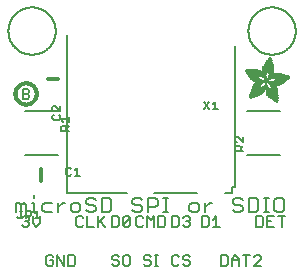
<source format=gbr>
G04 EAGLE Gerber RS-274X export*
G75*
%MOMM*%
%FSLAX34Y34*%
%LPD*%
%INSilkscreen Top*%
%IPPOS*%
%AMOC8*
5,1,8,0,0,1.08239X$1,22.5*%
G01*
%ADD10C,0.127000*%
%ADD11C,0.177800*%
%ADD12C,0.203200*%
%ADD13R,0.050800X0.006300*%
%ADD14R,0.082600X0.006400*%
%ADD15R,0.120600X0.006300*%
%ADD16R,0.139700X0.006400*%
%ADD17R,0.158800X0.006300*%
%ADD18R,0.177800X0.006400*%
%ADD19R,0.196800X0.006300*%
%ADD20R,0.215900X0.006400*%
%ADD21R,0.228600X0.006300*%
%ADD22R,0.241300X0.006400*%
%ADD23R,0.254000X0.006300*%
%ADD24R,0.266700X0.006400*%
%ADD25R,0.279400X0.006300*%
%ADD26R,0.285700X0.006400*%
%ADD27R,0.298400X0.006300*%
%ADD28R,0.311200X0.006400*%
%ADD29R,0.317500X0.006300*%
%ADD30R,0.330200X0.006400*%
%ADD31R,0.336600X0.006300*%
%ADD32R,0.349200X0.006400*%
%ADD33R,0.361900X0.006300*%
%ADD34R,0.368300X0.006400*%
%ADD35R,0.381000X0.006300*%
%ADD36R,0.387300X0.006400*%
%ADD37R,0.393700X0.006300*%
%ADD38R,0.406400X0.006400*%
%ADD39R,0.412700X0.006300*%
%ADD40R,0.419100X0.006400*%
%ADD41R,0.431800X0.006300*%
%ADD42R,0.438100X0.006400*%
%ADD43R,0.450800X0.006300*%
%ADD44R,0.457200X0.006400*%
%ADD45R,0.463500X0.006300*%
%ADD46R,0.476200X0.006400*%
%ADD47R,0.482600X0.006300*%
%ADD48R,0.488900X0.006400*%
%ADD49R,0.501600X0.006300*%
%ADD50R,0.508000X0.006400*%
%ADD51R,0.514300X0.006300*%
%ADD52R,0.527000X0.006400*%
%ADD53R,0.533400X0.006300*%
%ADD54R,0.546100X0.006400*%
%ADD55R,0.552400X0.006300*%
%ADD56R,0.558800X0.006400*%
%ADD57R,0.571500X0.006300*%
%ADD58R,0.577800X0.006400*%
%ADD59R,0.584200X0.006300*%
%ADD60R,0.596900X0.006400*%
%ADD61R,0.603200X0.006300*%
%ADD62R,0.609600X0.006400*%
%ADD63R,0.622300X0.006300*%
%ADD64R,0.628600X0.006400*%
%ADD65R,0.641300X0.006300*%
%ADD66R,0.647700X0.006400*%
%ADD67R,0.063500X0.006300*%
%ADD68R,0.654000X0.006300*%
%ADD69R,0.101600X0.006400*%
%ADD70R,0.666700X0.006400*%
%ADD71R,0.139700X0.006300*%
%ADD72R,0.673100X0.006300*%
%ADD73R,0.165100X0.006400*%
%ADD74R,0.679400X0.006400*%
%ADD75R,0.196900X0.006300*%
%ADD76R,0.692100X0.006300*%
%ADD77R,0.222200X0.006400*%
%ADD78R,0.698500X0.006400*%
%ADD79R,0.247700X0.006300*%
%ADD80R,0.704800X0.006300*%
%ADD81R,0.279400X0.006400*%
%ADD82R,0.717500X0.006400*%
%ADD83R,0.298500X0.006300*%
%ADD84R,0.723900X0.006300*%
%ADD85R,0.736600X0.006400*%
%ADD86R,0.342900X0.006300*%
%ADD87R,0.742900X0.006300*%
%ADD88R,0.374700X0.006400*%
%ADD89R,0.749300X0.006400*%
%ADD90R,0.762000X0.006300*%
%ADD91R,0.412700X0.006400*%
%ADD92R,0.768300X0.006400*%
%ADD93R,0.438100X0.006300*%
%ADD94R,0.774700X0.006300*%
%ADD95R,0.463600X0.006400*%
%ADD96R,0.787400X0.006400*%
%ADD97R,0.793700X0.006300*%
%ADD98R,0.495300X0.006400*%
%ADD99R,0.800100X0.006400*%
%ADD100R,0.520700X0.006300*%
%ADD101R,0.812800X0.006300*%
%ADD102R,0.533400X0.006400*%
%ADD103R,0.819100X0.006400*%
%ADD104R,0.558800X0.006300*%
%ADD105R,0.825500X0.006300*%
%ADD106R,0.577900X0.006400*%
%ADD107R,0.831800X0.006400*%
%ADD108R,0.596900X0.006300*%
%ADD109R,0.844500X0.006300*%
%ADD110R,0.616000X0.006400*%
%ADD111R,0.850900X0.006400*%
%ADD112R,0.635000X0.006300*%
%ADD113R,0.857200X0.006300*%
%ADD114R,0.654100X0.006400*%
%ADD115R,0.863600X0.006400*%
%ADD116R,0.666700X0.006300*%
%ADD117R,0.869900X0.006300*%
%ADD118R,0.685800X0.006400*%
%ADD119R,0.876300X0.006400*%
%ADD120R,0.882600X0.006300*%
%ADD121R,0.723900X0.006400*%
%ADD122R,0.889000X0.006400*%
%ADD123R,0.895300X0.006300*%
%ADD124R,0.755700X0.006400*%
%ADD125R,0.901700X0.006400*%
%ADD126R,0.908000X0.006300*%
%ADD127R,0.793800X0.006400*%
%ADD128R,0.914400X0.006400*%
%ADD129R,0.806400X0.006300*%
%ADD130R,0.920700X0.006300*%
%ADD131R,0.825500X0.006400*%
%ADD132R,0.927100X0.006400*%
%ADD133R,0.933400X0.006300*%
%ADD134R,0.857300X0.006400*%
%ADD135R,0.939800X0.006400*%
%ADD136R,0.870000X0.006300*%
%ADD137R,0.939800X0.006300*%
%ADD138R,0.946100X0.006400*%
%ADD139R,0.952500X0.006300*%
%ADD140R,0.908000X0.006400*%
%ADD141R,0.958800X0.006400*%
%ADD142R,0.965200X0.006300*%
%ADD143R,0.965200X0.006400*%
%ADD144R,0.971500X0.006300*%
%ADD145R,0.952500X0.006400*%
%ADD146R,0.977900X0.006400*%
%ADD147R,0.958800X0.006300*%
%ADD148R,0.984200X0.006300*%
%ADD149R,0.971500X0.006400*%
%ADD150R,0.984200X0.006400*%
%ADD151R,0.990600X0.006300*%
%ADD152R,0.984300X0.006400*%
%ADD153R,0.996900X0.006400*%
%ADD154R,0.997000X0.006300*%
%ADD155R,0.996900X0.006300*%
%ADD156R,1.003300X0.006400*%
%ADD157R,1.016000X0.006300*%
%ADD158R,1.009600X0.006300*%
%ADD159R,1.016000X0.006400*%
%ADD160R,1.009600X0.006400*%
%ADD161R,1.022300X0.006300*%
%ADD162R,1.028700X0.006400*%
%ADD163R,1.035100X0.006300*%
%ADD164R,1.047800X0.006400*%
%ADD165R,1.054100X0.006300*%
%ADD166R,1.028700X0.006300*%
%ADD167R,1.054100X0.006400*%
%ADD168R,1.035000X0.006400*%
%ADD169R,1.060400X0.006300*%
%ADD170R,1.035000X0.006300*%
%ADD171R,1.060500X0.006400*%
%ADD172R,1.041400X0.006400*%
%ADD173R,1.066800X0.006300*%
%ADD174R,1.041400X0.006300*%
%ADD175R,1.079500X0.006400*%
%ADD176R,1.047700X0.006400*%
%ADD177R,1.085900X0.006300*%
%ADD178R,1.047700X0.006300*%
%ADD179R,1.085800X0.006400*%
%ADD180R,1.092200X0.006300*%
%ADD181R,1.085900X0.006400*%
%ADD182R,1.098600X0.006300*%
%ADD183R,1.098600X0.006400*%
%ADD184R,1.060400X0.006400*%
%ADD185R,1.104900X0.006300*%
%ADD186R,1.104900X0.006400*%
%ADD187R,1.066800X0.006400*%
%ADD188R,1.111200X0.006300*%
%ADD189R,1.117600X0.006400*%
%ADD190R,1.117600X0.006300*%
%ADD191R,1.073100X0.006300*%
%ADD192R,1.073100X0.006400*%
%ADD193R,1.124000X0.006300*%
%ADD194R,1.079500X0.006300*%
%ADD195R,1.123900X0.006400*%
%ADD196R,1.130300X0.006300*%
%ADD197R,1.130300X0.006400*%
%ADD198R,1.136700X0.006400*%
%ADD199R,1.136700X0.006300*%
%ADD200R,1.085800X0.006300*%
%ADD201R,1.136600X0.006400*%
%ADD202R,1.136600X0.006300*%
%ADD203R,1.143000X0.006400*%
%ADD204R,1.143000X0.006300*%
%ADD205R,1.149400X0.006300*%
%ADD206R,1.149300X0.006300*%
%ADD207R,1.149300X0.006400*%
%ADD208R,1.149400X0.006400*%
%ADD209R,1.155700X0.006400*%
%ADD210R,1.155700X0.006300*%
%ADD211R,1.060500X0.006300*%
%ADD212R,2.197100X0.006400*%
%ADD213R,2.197100X0.006300*%
%ADD214R,2.184400X0.006300*%
%ADD215R,2.184400X0.006400*%
%ADD216R,2.171700X0.006400*%
%ADD217R,2.171700X0.006300*%
%ADD218R,1.530300X0.006400*%
%ADD219R,1.505000X0.006300*%
%ADD220R,1.492300X0.006400*%
%ADD221R,1.485900X0.006300*%
%ADD222R,0.565200X0.006300*%
%ADD223R,1.473200X0.006400*%
%ADD224R,0.565200X0.006400*%
%ADD225R,1.460500X0.006300*%
%ADD226R,1.454100X0.006400*%
%ADD227R,0.552400X0.006400*%
%ADD228R,1.441500X0.006300*%
%ADD229R,0.546100X0.006300*%
%ADD230R,1.435100X0.006400*%
%ADD231R,0.539800X0.006400*%
%ADD232R,1.428800X0.006300*%
%ADD233R,1.422400X0.006400*%
%ADD234R,1.409700X0.006300*%
%ADD235R,0.527100X0.006300*%
%ADD236R,1.403300X0.006400*%
%ADD237R,0.527100X0.006400*%
%ADD238R,1.390700X0.006300*%
%ADD239R,1.384300X0.006400*%
%ADD240R,0.520700X0.006400*%
%ADD241R,1.384300X0.006300*%
%ADD242R,0.514400X0.006300*%
%ADD243R,1.371600X0.006400*%
%ADD244R,1.365200X0.006300*%
%ADD245R,0.508000X0.006300*%
%ADD246R,1.352600X0.006400*%
%ADD247R,0.501700X0.006400*%
%ADD248R,0.711200X0.006300*%
%ADD249R,0.603300X0.006300*%
%ADD250R,0.501700X0.006300*%
%ADD251R,0.692100X0.006400*%
%ADD252R,0.571500X0.006400*%
%ADD253R,0.679400X0.006300*%
%ADD254R,0.495300X0.006300*%
%ADD255R,0.673100X0.006400*%
%ADD256R,0.666800X0.006300*%
%ADD257R,0.488900X0.006300*%
%ADD258R,0.660400X0.006400*%
%ADD259R,0.482600X0.006400*%
%ADD260R,0.476200X0.006300*%
%ADD261R,0.654000X0.006400*%
%ADD262R,0.469900X0.006400*%
%ADD263R,0.476300X0.006400*%
%ADD264R,0.647700X0.006300*%
%ADD265R,0.457200X0.006300*%
%ADD266R,0.469900X0.006300*%
%ADD267R,0.641300X0.006400*%
%ADD268R,0.444500X0.006400*%
%ADD269R,0.463600X0.006300*%
%ADD270R,0.635000X0.006400*%
%ADD271R,0.463500X0.006400*%
%ADD272R,0.393700X0.006400*%
%ADD273R,0.450800X0.006400*%
%ADD274R,0.628600X0.006300*%
%ADD275R,0.387400X0.006300*%
%ADD276R,0.450900X0.006300*%
%ADD277R,0.628700X0.006400*%
%ADD278R,0.374600X0.006400*%
%ADD279R,0.368300X0.006300*%
%ADD280R,0.438200X0.006300*%
%ADD281R,0.622300X0.006400*%
%ADD282R,0.355600X0.006400*%
%ADD283R,0.431800X0.006400*%
%ADD284R,0.349300X0.006300*%
%ADD285R,0.425400X0.006300*%
%ADD286R,0.615900X0.006300*%
%ADD287R,0.330200X0.006300*%
%ADD288R,0.419100X0.006300*%
%ADD289R,0.616000X0.006300*%
%ADD290R,0.311200X0.006300*%
%ADD291R,0.406400X0.006300*%
%ADD292R,0.615900X0.006400*%
%ADD293R,0.304800X0.006400*%
%ADD294R,0.158800X0.006400*%
%ADD295R,0.609600X0.006300*%
%ADD296R,0.292100X0.006300*%
%ADD297R,0.235000X0.006300*%
%ADD298R,0.387400X0.006400*%
%ADD299R,0.292100X0.006400*%
%ADD300R,0.336500X0.006300*%
%ADD301R,0.260400X0.006300*%
%ADD302R,0.603300X0.006400*%
%ADD303R,0.260400X0.006400*%
%ADD304R,0.362000X0.006400*%
%ADD305R,0.450900X0.006400*%
%ADD306R,0.355600X0.006300*%
%ADD307R,0.342900X0.006400*%
%ADD308R,0.514300X0.006400*%
%ADD309R,0.234900X0.006300*%
%ADD310R,0.539700X0.006300*%
%ADD311R,0.603200X0.006400*%
%ADD312R,0.234900X0.006400*%
%ADD313R,0.920700X0.006400*%
%ADD314R,0.958900X0.006400*%
%ADD315R,0.215900X0.006300*%
%ADD316R,0.209600X0.006400*%
%ADD317R,0.203200X0.006300*%
%ADD318R,1.003300X0.006300*%
%ADD319R,0.203200X0.006400*%
%ADD320R,0.196900X0.006400*%
%ADD321R,0.190500X0.006300*%
%ADD322R,0.190500X0.006400*%
%ADD323R,0.184200X0.006300*%
%ADD324R,0.590500X0.006400*%
%ADD325R,0.184200X0.006400*%
%ADD326R,0.590500X0.006300*%
%ADD327R,0.177800X0.006300*%
%ADD328R,0.584200X0.006400*%
%ADD329R,1.168400X0.006400*%
%ADD330R,0.171500X0.006300*%
%ADD331R,1.187500X0.006300*%
%ADD332R,1.200100X0.006400*%
%ADD333R,0.577800X0.006300*%
%ADD334R,1.212900X0.006300*%
%ADD335R,1.231900X0.006400*%
%ADD336R,1.250900X0.006300*%
%ADD337R,0.565100X0.006400*%
%ADD338R,0.184100X0.006400*%
%ADD339R,1.263700X0.006400*%
%ADD340R,0.565100X0.006300*%
%ADD341R,1.289100X0.006300*%
%ADD342R,1.314400X0.006400*%
%ADD343R,0.552500X0.006300*%
%ADD344R,1.568500X0.006300*%
%ADD345R,0.552500X0.006400*%
%ADD346R,1.581200X0.006400*%
%ADD347R,1.593800X0.006300*%
%ADD348R,1.606500X0.006400*%
%ADD349R,1.619300X0.006300*%
%ADD350R,0.514400X0.006400*%
%ADD351R,1.638300X0.006400*%
%ADD352R,1.657300X0.006300*%
%ADD353R,2.209800X0.006400*%
%ADD354R,2.425700X0.006300*%
%ADD355R,2.470100X0.006400*%
%ADD356R,2.501900X0.006300*%
%ADD357R,2.533700X0.006400*%
%ADD358R,2.559000X0.006300*%
%ADD359R,2.584500X0.006400*%
%ADD360R,2.609900X0.006300*%
%ADD361R,2.628900X0.006400*%
%ADD362R,2.660600X0.006300*%
%ADD363R,2.673400X0.006400*%
%ADD364R,1.422400X0.006300*%
%ADD365R,1.200200X0.006300*%
%ADD366R,1.365300X0.006300*%
%ADD367R,1.365300X0.006400*%
%ADD368R,1.352500X0.006300*%
%ADD369R,1.098500X0.006300*%
%ADD370R,1.358900X0.006400*%
%ADD371R,1.352600X0.006300*%
%ADD372R,1.358900X0.006300*%
%ADD373R,1.371600X0.006300*%
%ADD374R,1.377900X0.006400*%
%ADD375R,1.397000X0.006400*%
%ADD376R,1.403300X0.006300*%
%ADD377R,0.914400X0.006300*%
%ADD378R,0.876300X0.006300*%
%ADD379R,0.374600X0.006300*%
%ADD380R,1.073200X0.006400*%
%ADD381R,0.374700X0.006300*%
%ADD382R,0.844600X0.006400*%
%ADD383R,0.844600X0.006300*%
%ADD384R,0.831900X0.006400*%
%ADD385R,1.092200X0.006400*%
%ADD386R,0.400000X0.006300*%
%ADD387R,0.819200X0.006400*%
%ADD388R,1.111300X0.006400*%
%ADD389R,0.812800X0.006400*%
%ADD390R,0.800100X0.006300*%
%ADD391R,0.476300X0.006300*%
%ADD392R,1.181100X0.006300*%
%ADD393R,0.501600X0.006400*%
%ADD394R,1.193800X0.006400*%
%ADD395R,0.781000X0.006400*%
%ADD396R,1.238200X0.006400*%
%ADD397R,0.781100X0.006300*%
%ADD398R,1.257300X0.006300*%
%ADD399R,1.295400X0.006400*%
%ADD400R,1.333500X0.006300*%
%ADD401R,0.774700X0.006400*%
%ADD402R,1.866900X0.006400*%
%ADD403R,0.209600X0.006300*%
%ADD404R,1.866900X0.006300*%
%ADD405R,0.768400X0.006400*%
%ADD406R,0.209500X0.006400*%
%ADD407R,1.860600X0.006400*%
%ADD408R,0.762000X0.006400*%
%ADD409R,0.768400X0.006300*%
%ADD410R,1.860600X0.006300*%
%ADD411R,1.860500X0.006400*%
%ADD412R,0.222300X0.006300*%
%ADD413R,1.854200X0.006300*%
%ADD414R,0.235000X0.006400*%
%ADD415R,1.854200X0.006400*%
%ADD416R,0.768300X0.006300*%
%ADD417R,0.260300X0.006400*%
%ADD418R,1.847800X0.006400*%
%ADD419R,0.266700X0.006300*%
%ADD420R,1.847800X0.006300*%
%ADD421R,0.273100X0.006400*%
%ADD422R,1.841500X0.006400*%
%ADD423R,0.285800X0.006300*%
%ADD424R,1.841500X0.006300*%
%ADD425R,0.298500X0.006400*%
%ADD426R,1.835100X0.006400*%
%ADD427R,0.781000X0.006300*%
%ADD428R,0.304800X0.006300*%
%ADD429R,1.835100X0.006300*%
%ADD430R,0.317500X0.006400*%
%ADD431R,1.828800X0.006400*%
%ADD432R,0.787400X0.006300*%
%ADD433R,0.323800X0.006300*%
%ADD434R,1.828800X0.006300*%
%ADD435R,0.793700X0.006400*%
%ADD436R,1.822400X0.006400*%
%ADD437R,0.806500X0.006300*%
%ADD438R,1.822400X0.006300*%
%ADD439R,1.816100X0.006400*%
%ADD440R,0.819100X0.006300*%
%ADD441R,0.387300X0.006300*%
%ADD442R,1.816100X0.006300*%
%ADD443R,1.809800X0.006400*%
%ADD444R,1.803400X0.006300*%
%ADD445R,1.797000X0.006400*%
%ADD446R,0.901700X0.006300*%
%ADD447R,1.797000X0.006300*%
%ADD448R,1.441400X0.006400*%
%ADD449R,1.790700X0.006400*%
%ADD450R,1.447800X0.006300*%
%ADD451R,1.784300X0.006300*%
%ADD452R,1.447800X0.006400*%
%ADD453R,1.784300X0.006400*%
%ADD454R,1.454100X0.006300*%
%ADD455R,1.771700X0.006300*%
%ADD456R,1.460500X0.006400*%
%ADD457R,1.759000X0.006400*%
%ADD458R,1.466800X0.006300*%
%ADD459R,1.752600X0.006300*%
%ADD460R,1.466800X0.006400*%
%ADD461R,1.739900X0.006400*%
%ADD462R,1.473200X0.006300*%
%ADD463R,1.727200X0.006300*%
%ADD464R,1.479500X0.006400*%
%ADD465R,1.714500X0.006400*%
%ADD466R,1.695400X0.006300*%
%ADD467R,1.485900X0.006400*%
%ADD468R,1.682700X0.006400*%
%ADD469R,1.492200X0.006300*%
%ADD470R,1.663700X0.006300*%
%ADD471R,1.498600X0.006400*%
%ADD472R,1.644600X0.006400*%
%ADD473R,1.498600X0.006300*%
%ADD474R,1.619200X0.006300*%
%ADD475R,1.511300X0.006400*%
%ADD476R,1.600200X0.006400*%
%ADD477R,1.517700X0.006300*%
%ADD478R,1.574800X0.006300*%
%ADD479R,1.524000X0.006400*%
%ADD480R,1.555800X0.006400*%
%ADD481R,1.524000X0.006300*%
%ADD482R,1.536700X0.006300*%
%ADD483R,1.530400X0.006400*%
%ADD484R,1.517700X0.006400*%
%ADD485R,1.492300X0.006300*%
%ADD486R,1.549400X0.006400*%
%ADD487R,1.479600X0.006400*%
%ADD488R,1.549400X0.006300*%
%ADD489R,1.555700X0.006400*%
%ADD490R,1.562100X0.006300*%
%ADD491R,0.323900X0.006300*%
%ADD492R,1.568400X0.006400*%
%ADD493R,0.336600X0.006400*%
%ADD494R,1.587500X0.006300*%
%ADD495R,0.971600X0.006300*%
%ADD496R,0.349300X0.006400*%
%ADD497R,1.600200X0.006300*%
%ADD498R,0.920800X0.006300*%
%ADD499R,0.882700X0.006400*%
%ADD500R,1.612900X0.006300*%
%ADD501R,0.362000X0.006300*%
%ADD502R,1.625600X0.006400*%
%ADD503R,1.625600X0.006300*%
%ADD504R,1.644600X0.006300*%
%ADD505R,0.736600X0.006300*%
%ADD506R,0.717600X0.006400*%
%ADD507R,1.657400X0.006300*%
%ADD508R,0.679500X0.006300*%
%ADD509R,1.663700X0.006400*%
%ADD510R,0.400000X0.006400*%
%ADD511R,1.676400X0.006300*%
%ADD512R,1.676400X0.006400*%
%ADD513R,0.425500X0.006400*%
%ADD514R,1.352500X0.006400*%
%ADD515R,0.444500X0.006300*%
%ADD516R,0.361900X0.006400*%
%ADD517R,0.088900X0.006300*%
%ADD518R,1.009700X0.006300*%
%ADD519R,1.009700X0.006400*%
%ADD520R,1.022300X0.006400*%
%ADD521R,1.346200X0.006400*%
%ADD522R,1.346200X0.006300*%
%ADD523R,1.339900X0.006400*%
%ADD524R,1.035100X0.006400*%
%ADD525R,1.339800X0.006300*%
%ADD526R,1.333500X0.006400*%
%ADD527R,1.327200X0.006400*%
%ADD528R,1.320800X0.006300*%
%ADD529R,1.314500X0.006400*%
%ADD530R,1.314400X0.006300*%
%ADD531R,1.301700X0.006400*%
%ADD532R,1.295400X0.006300*%
%ADD533R,1.289000X0.006400*%
%ADD534R,1.276300X0.006300*%
%ADD535R,1.251000X0.006300*%
%ADD536R,1.244600X0.006400*%
%ADD537R,1.231900X0.006300*%
%ADD538R,1.212800X0.006400*%
%ADD539R,1.200100X0.006300*%
%ADD540R,1.187400X0.006400*%
%ADD541R,1.168400X0.006300*%
%ADD542R,1.047800X0.006300*%
%ADD543R,0.977900X0.006300*%
%ADD544R,0.946200X0.006400*%
%ADD545R,0.933400X0.006400*%
%ADD546R,0.895300X0.006400*%
%ADD547R,0.882700X0.006300*%
%ADD548R,0.863600X0.006300*%
%ADD549R,0.857200X0.006400*%
%ADD550R,0.850900X0.006300*%
%ADD551R,0.838200X0.006300*%
%ADD552R,0.806500X0.006400*%
%ADD553R,0.717600X0.006300*%
%ADD554R,0.711200X0.006400*%
%ADD555R,0.641400X0.006400*%
%ADD556R,0.641400X0.006300*%
%ADD557R,0.628700X0.006300*%
%ADD558R,0.590600X0.006300*%
%ADD559R,0.539700X0.006400*%
%ADD560R,0.285700X0.006300*%
%ADD561R,0.222200X0.006300*%
%ADD562R,0.171400X0.006300*%
%ADD563R,0.152400X0.006400*%
%ADD564R,0.133400X0.006300*%
%ADD565C,0.152400*%
%ADD566C,0.304800*%


D10*
X43334Y11860D02*
X41851Y13343D01*
X38885Y13343D01*
X37402Y11860D01*
X37402Y5928D01*
X38885Y4445D01*
X41851Y4445D01*
X43334Y5928D01*
X43334Y8894D01*
X40368Y8894D01*
X46757Y4445D02*
X46757Y13343D01*
X52689Y4445D01*
X52689Y13343D01*
X56113Y13343D02*
X56113Y4445D01*
X60561Y4445D01*
X62044Y5928D01*
X62044Y11860D01*
X60561Y13343D01*
X56113Y13343D01*
X97329Y13343D02*
X98812Y11860D01*
X97329Y13343D02*
X94363Y13343D01*
X92880Y11860D01*
X92880Y10377D01*
X94363Y8894D01*
X97329Y8894D01*
X98812Y7411D01*
X98812Y5928D01*
X97329Y4445D01*
X94363Y4445D01*
X92880Y5928D01*
X103718Y13343D02*
X106684Y13343D01*
X103718Y13343D02*
X102235Y11860D01*
X102235Y5928D01*
X103718Y4445D01*
X106684Y4445D01*
X108167Y5928D01*
X108167Y11860D01*
X106684Y13343D01*
X148129Y13343D02*
X149612Y11860D01*
X148129Y13343D02*
X145163Y13343D01*
X143680Y11860D01*
X143680Y5928D01*
X145163Y4445D01*
X148129Y4445D01*
X149612Y5928D01*
X157484Y13343D02*
X158967Y11860D01*
X157484Y13343D02*
X154518Y13343D01*
X153035Y11860D01*
X153035Y10377D01*
X154518Y8894D01*
X157484Y8894D01*
X158967Y7411D01*
X158967Y5928D01*
X157484Y4445D01*
X154518Y4445D01*
X153035Y5928D01*
X185125Y4445D02*
X185125Y13343D01*
X185125Y4445D02*
X189573Y4445D01*
X191056Y5928D01*
X191056Y11860D01*
X189573Y13343D01*
X185125Y13343D01*
X194480Y10377D02*
X194480Y4445D01*
X194480Y10377D02*
X197446Y13343D01*
X200412Y10377D01*
X200412Y4445D01*
X200412Y8894D02*
X194480Y8894D01*
X206801Y4445D02*
X206801Y13343D01*
X203835Y13343D02*
X209767Y13343D01*
X213190Y4445D02*
X219122Y4445D01*
X213190Y4445D02*
X219122Y10377D01*
X219122Y11860D01*
X217639Y13343D01*
X214673Y13343D01*
X213190Y11860D01*
X18163Y46363D02*
X16680Y44880D01*
X18163Y46363D02*
X21129Y46363D01*
X22612Y44880D01*
X22612Y43397D01*
X21129Y41914D01*
X19646Y41914D01*
X21129Y41914D02*
X22612Y40431D01*
X22612Y38948D01*
X21129Y37465D01*
X18163Y37465D01*
X16680Y38948D01*
X26035Y40431D02*
X26035Y46363D01*
X26035Y40431D02*
X29001Y37465D01*
X31967Y40431D01*
X31967Y46363D01*
X67251Y46363D02*
X68734Y44880D01*
X67251Y46363D02*
X64285Y46363D01*
X62802Y44880D01*
X62802Y38948D01*
X64285Y37465D01*
X67251Y37465D01*
X68734Y38948D01*
X72157Y37465D02*
X72157Y46363D01*
X72157Y37465D02*
X78089Y37465D01*
X81513Y37465D02*
X81513Y46363D01*
X87444Y46363D02*
X81513Y40431D01*
X82996Y41914D02*
X87444Y37465D01*
X124288Y13343D02*
X125771Y11860D01*
X124288Y13343D02*
X121322Y13343D01*
X119839Y11860D01*
X119839Y10377D01*
X121322Y8894D01*
X124288Y8894D01*
X125771Y7411D01*
X125771Y5928D01*
X124288Y4445D01*
X121322Y4445D01*
X119839Y5928D01*
X129194Y4445D02*
X132160Y4445D01*
X130677Y4445D02*
X130677Y13343D01*
X129194Y13343D02*
X132160Y13343D01*
X169080Y37465D02*
X169080Y46363D01*
X169080Y37465D02*
X173529Y37465D01*
X175012Y38948D01*
X175012Y44880D01*
X173529Y46363D01*
X169080Y46363D01*
X178435Y43397D02*
X181401Y46363D01*
X181401Y37465D01*
X178435Y37465D02*
X184367Y37465D01*
X215202Y37465D02*
X215202Y46363D01*
X215202Y37465D02*
X219651Y37465D01*
X221134Y38948D01*
X221134Y44880D01*
X219651Y46363D01*
X215202Y46363D01*
X224557Y46363D02*
X230489Y46363D01*
X224557Y46363D02*
X224557Y37465D01*
X230489Y37465D01*
X227523Y41914D02*
X224557Y41914D01*
X236878Y37465D02*
X236878Y46363D01*
X233913Y46363D02*
X239844Y46363D01*
X92880Y46363D02*
X92880Y37465D01*
X97329Y37465D01*
X98812Y38948D01*
X98812Y44880D01*
X97329Y46363D01*
X92880Y46363D01*
X102235Y44880D02*
X102235Y38948D01*
X102235Y44880D02*
X103718Y46363D01*
X106684Y46363D01*
X108167Y44880D01*
X108167Y38948D01*
X106684Y37465D01*
X103718Y37465D01*
X102235Y38948D01*
X108167Y44880D01*
X118051Y46363D02*
X119534Y44880D01*
X118051Y46363D02*
X115085Y46363D01*
X113602Y44880D01*
X113602Y38948D01*
X115085Y37465D01*
X118051Y37465D01*
X119534Y38948D01*
X122957Y37465D02*
X122957Y46363D01*
X125923Y43397D01*
X128889Y46363D01*
X128889Y37465D01*
X132313Y37465D02*
X132313Y46363D01*
X132313Y37465D02*
X136761Y37465D01*
X138244Y38948D01*
X138244Y44880D01*
X136761Y46363D01*
X132313Y46363D01*
X143680Y46363D02*
X143680Y37465D01*
X148129Y37465D01*
X149612Y38948D01*
X149612Y44880D01*
X148129Y46363D01*
X143680Y46363D01*
X153035Y44880D02*
X154518Y46363D01*
X157484Y46363D01*
X158967Y44880D01*
X158967Y43397D01*
X157484Y41914D01*
X156001Y41914D01*
X157484Y41914D02*
X158967Y40431D01*
X158967Y38948D01*
X157484Y37465D01*
X154518Y37465D01*
X153035Y38948D01*
D11*
X12196Y49657D02*
X12196Y57961D01*
X14273Y57961D01*
X16349Y55885D01*
X16349Y49657D01*
X16349Y55885D02*
X18425Y57961D01*
X20501Y55885D01*
X20501Y49657D01*
X25294Y57961D02*
X27370Y57961D01*
X27370Y49657D01*
X25294Y49657D02*
X29446Y49657D01*
X27370Y62114D02*
X27370Y64190D01*
X36101Y57961D02*
X42330Y57961D01*
X36101Y57961D02*
X34025Y55885D01*
X34025Y51733D01*
X36101Y49657D01*
X42330Y49657D01*
X47122Y49657D02*
X47122Y57961D01*
X47122Y53809D02*
X51275Y57961D01*
X53351Y57961D01*
X60113Y49657D02*
X64265Y49657D01*
X66341Y51733D01*
X66341Y55885D01*
X64265Y57961D01*
X60113Y57961D01*
X58037Y55885D01*
X58037Y51733D01*
X60113Y49657D01*
X77362Y62114D02*
X79438Y60038D01*
X77362Y62114D02*
X73210Y62114D01*
X71134Y60038D01*
X71134Y57961D01*
X73210Y55885D01*
X77362Y55885D01*
X79438Y53809D01*
X79438Y51733D01*
X77362Y49657D01*
X73210Y49657D01*
X71134Y51733D01*
X84231Y49657D02*
X84231Y62114D01*
X84231Y49657D02*
X90460Y49657D01*
X92536Y51733D01*
X92536Y60038D01*
X90460Y62114D01*
X84231Y62114D01*
X116654Y62114D02*
X118730Y60038D01*
X116654Y62114D02*
X112502Y62114D01*
X110426Y60038D01*
X110426Y57961D01*
X112502Y55885D01*
X116654Y55885D01*
X118730Y53809D01*
X118730Y51733D01*
X116654Y49657D01*
X112502Y49657D01*
X110426Y51733D01*
X123523Y49657D02*
X123523Y62114D01*
X129751Y62114D01*
X131827Y60038D01*
X131827Y55885D01*
X129751Y53809D01*
X123523Y53809D01*
X136620Y49657D02*
X140773Y49657D01*
X138696Y49657D02*
X138696Y62114D01*
X136620Y62114D02*
X140773Y62114D01*
X160525Y49657D02*
X164677Y49657D01*
X166753Y51733D01*
X166753Y55885D01*
X164677Y57961D01*
X160525Y57961D01*
X158449Y55885D01*
X158449Y51733D01*
X160525Y49657D01*
X171546Y49657D02*
X171546Y57961D01*
X171546Y53809D02*
X175699Y57961D01*
X177775Y57961D01*
X201786Y62114D02*
X203862Y60038D01*
X201786Y62114D02*
X197634Y62114D01*
X195558Y60038D01*
X195558Y57961D01*
X197634Y55885D01*
X201786Y55885D01*
X203862Y53809D01*
X203862Y51733D01*
X201786Y49657D01*
X197634Y49657D01*
X195558Y51733D01*
X208655Y49657D02*
X208655Y62114D01*
X208655Y49657D02*
X214884Y49657D01*
X216960Y51733D01*
X216960Y60038D01*
X214884Y62114D01*
X208655Y62114D01*
X221752Y49657D02*
X225905Y49657D01*
X223829Y49657D02*
X223829Y62114D01*
X225905Y62114D02*
X221752Y62114D01*
X232560Y62114D02*
X236712Y62114D01*
X232560Y62114D02*
X230484Y60038D01*
X230484Y51733D01*
X232560Y49657D01*
X236712Y49657D01*
X238788Y51733D01*
X238788Y60038D01*
X236712Y62114D01*
D12*
X5400Y203200D02*
X5406Y203691D01*
X5424Y204181D01*
X5454Y204671D01*
X5496Y205160D01*
X5550Y205648D01*
X5616Y206135D01*
X5694Y206619D01*
X5784Y207102D01*
X5886Y207582D01*
X5999Y208060D01*
X6124Y208534D01*
X6261Y209006D01*
X6409Y209474D01*
X6569Y209938D01*
X6740Y210398D01*
X6922Y210854D01*
X7116Y211305D01*
X7320Y211751D01*
X7536Y212192D01*
X7762Y212628D01*
X7998Y213058D01*
X8245Y213482D01*
X8503Y213900D01*
X8771Y214311D01*
X9048Y214716D01*
X9336Y215114D01*
X9633Y215505D01*
X9940Y215888D01*
X10256Y216263D01*
X10581Y216631D01*
X10915Y216991D01*
X11258Y217342D01*
X11609Y217685D01*
X11969Y218019D01*
X12337Y218344D01*
X12712Y218660D01*
X13095Y218967D01*
X13486Y219264D01*
X13884Y219552D01*
X14289Y219829D01*
X14700Y220097D01*
X15118Y220355D01*
X15542Y220602D01*
X15972Y220838D01*
X16408Y221064D01*
X16849Y221280D01*
X17295Y221484D01*
X17746Y221678D01*
X18202Y221860D01*
X18662Y222031D01*
X19126Y222191D01*
X19594Y222339D01*
X20066Y222476D01*
X20540Y222601D01*
X21018Y222714D01*
X21498Y222816D01*
X21981Y222906D01*
X22465Y222984D01*
X22952Y223050D01*
X23440Y223104D01*
X23929Y223146D01*
X24419Y223176D01*
X24909Y223194D01*
X25400Y223200D01*
X25891Y223194D01*
X26381Y223176D01*
X26871Y223146D01*
X27360Y223104D01*
X27848Y223050D01*
X28335Y222984D01*
X28819Y222906D01*
X29302Y222816D01*
X29782Y222714D01*
X30260Y222601D01*
X30734Y222476D01*
X31206Y222339D01*
X31674Y222191D01*
X32138Y222031D01*
X32598Y221860D01*
X33054Y221678D01*
X33505Y221484D01*
X33951Y221280D01*
X34392Y221064D01*
X34828Y220838D01*
X35258Y220602D01*
X35682Y220355D01*
X36100Y220097D01*
X36511Y219829D01*
X36916Y219552D01*
X37314Y219264D01*
X37705Y218967D01*
X38088Y218660D01*
X38463Y218344D01*
X38831Y218019D01*
X39191Y217685D01*
X39542Y217342D01*
X39885Y216991D01*
X40219Y216631D01*
X40544Y216263D01*
X40860Y215888D01*
X41167Y215505D01*
X41464Y215114D01*
X41752Y214716D01*
X42029Y214311D01*
X42297Y213900D01*
X42555Y213482D01*
X42802Y213058D01*
X43038Y212628D01*
X43264Y212192D01*
X43480Y211751D01*
X43684Y211305D01*
X43878Y210854D01*
X44060Y210398D01*
X44231Y209938D01*
X44391Y209474D01*
X44539Y209006D01*
X44676Y208534D01*
X44801Y208060D01*
X44914Y207582D01*
X45016Y207102D01*
X45106Y206619D01*
X45184Y206135D01*
X45250Y205648D01*
X45304Y205160D01*
X45346Y204671D01*
X45376Y204181D01*
X45394Y203691D01*
X45400Y203200D01*
X45394Y202709D01*
X45376Y202219D01*
X45346Y201729D01*
X45304Y201240D01*
X45250Y200752D01*
X45184Y200265D01*
X45106Y199781D01*
X45016Y199298D01*
X44914Y198818D01*
X44801Y198340D01*
X44676Y197866D01*
X44539Y197394D01*
X44391Y196926D01*
X44231Y196462D01*
X44060Y196002D01*
X43878Y195546D01*
X43684Y195095D01*
X43480Y194649D01*
X43264Y194208D01*
X43038Y193772D01*
X42802Y193342D01*
X42555Y192918D01*
X42297Y192500D01*
X42029Y192089D01*
X41752Y191684D01*
X41464Y191286D01*
X41167Y190895D01*
X40860Y190512D01*
X40544Y190137D01*
X40219Y189769D01*
X39885Y189409D01*
X39542Y189058D01*
X39191Y188715D01*
X38831Y188381D01*
X38463Y188056D01*
X38088Y187740D01*
X37705Y187433D01*
X37314Y187136D01*
X36916Y186848D01*
X36511Y186571D01*
X36100Y186303D01*
X35682Y186045D01*
X35258Y185798D01*
X34828Y185562D01*
X34392Y185336D01*
X33951Y185120D01*
X33505Y184916D01*
X33054Y184722D01*
X32598Y184540D01*
X32138Y184369D01*
X31674Y184209D01*
X31206Y184061D01*
X30734Y183924D01*
X30260Y183799D01*
X29782Y183686D01*
X29302Y183584D01*
X28819Y183494D01*
X28335Y183416D01*
X27848Y183350D01*
X27360Y183296D01*
X26871Y183254D01*
X26381Y183224D01*
X25891Y183206D01*
X25400Y183200D01*
X24909Y183206D01*
X24419Y183224D01*
X23929Y183254D01*
X23440Y183296D01*
X22952Y183350D01*
X22465Y183416D01*
X21981Y183494D01*
X21498Y183584D01*
X21018Y183686D01*
X20540Y183799D01*
X20066Y183924D01*
X19594Y184061D01*
X19126Y184209D01*
X18662Y184369D01*
X18202Y184540D01*
X17746Y184722D01*
X17295Y184916D01*
X16849Y185120D01*
X16408Y185336D01*
X15972Y185562D01*
X15542Y185798D01*
X15118Y186045D01*
X14700Y186303D01*
X14289Y186571D01*
X13884Y186848D01*
X13486Y187136D01*
X13095Y187433D01*
X12712Y187740D01*
X12337Y188056D01*
X11969Y188381D01*
X11609Y188715D01*
X11258Y189058D01*
X10915Y189409D01*
X10581Y189769D01*
X10256Y190137D01*
X9940Y190512D01*
X9633Y190895D01*
X9336Y191286D01*
X9048Y191684D01*
X8771Y192089D01*
X8503Y192500D01*
X8245Y192918D01*
X7998Y193342D01*
X7762Y193772D01*
X7536Y194208D01*
X7320Y194649D01*
X7116Y195095D01*
X6922Y195546D01*
X6740Y196002D01*
X6569Y196462D01*
X6409Y196926D01*
X6261Y197394D01*
X6124Y197866D01*
X5999Y198340D01*
X5886Y198818D01*
X5784Y199298D01*
X5694Y199781D01*
X5616Y200265D01*
X5550Y200752D01*
X5496Y201240D01*
X5454Y201729D01*
X5424Y202219D01*
X5406Y202709D01*
X5400Y203200D01*
X208600Y203200D02*
X208606Y203691D01*
X208624Y204181D01*
X208654Y204671D01*
X208696Y205160D01*
X208750Y205648D01*
X208816Y206135D01*
X208894Y206619D01*
X208984Y207102D01*
X209086Y207582D01*
X209199Y208060D01*
X209324Y208534D01*
X209461Y209006D01*
X209609Y209474D01*
X209769Y209938D01*
X209940Y210398D01*
X210122Y210854D01*
X210316Y211305D01*
X210520Y211751D01*
X210736Y212192D01*
X210962Y212628D01*
X211198Y213058D01*
X211445Y213482D01*
X211703Y213900D01*
X211971Y214311D01*
X212248Y214716D01*
X212536Y215114D01*
X212833Y215505D01*
X213140Y215888D01*
X213456Y216263D01*
X213781Y216631D01*
X214115Y216991D01*
X214458Y217342D01*
X214809Y217685D01*
X215169Y218019D01*
X215537Y218344D01*
X215912Y218660D01*
X216295Y218967D01*
X216686Y219264D01*
X217084Y219552D01*
X217489Y219829D01*
X217900Y220097D01*
X218318Y220355D01*
X218742Y220602D01*
X219172Y220838D01*
X219608Y221064D01*
X220049Y221280D01*
X220495Y221484D01*
X220946Y221678D01*
X221402Y221860D01*
X221862Y222031D01*
X222326Y222191D01*
X222794Y222339D01*
X223266Y222476D01*
X223740Y222601D01*
X224218Y222714D01*
X224698Y222816D01*
X225181Y222906D01*
X225665Y222984D01*
X226152Y223050D01*
X226640Y223104D01*
X227129Y223146D01*
X227619Y223176D01*
X228109Y223194D01*
X228600Y223200D01*
X229091Y223194D01*
X229581Y223176D01*
X230071Y223146D01*
X230560Y223104D01*
X231048Y223050D01*
X231535Y222984D01*
X232019Y222906D01*
X232502Y222816D01*
X232982Y222714D01*
X233460Y222601D01*
X233934Y222476D01*
X234406Y222339D01*
X234874Y222191D01*
X235338Y222031D01*
X235798Y221860D01*
X236254Y221678D01*
X236705Y221484D01*
X237151Y221280D01*
X237592Y221064D01*
X238028Y220838D01*
X238458Y220602D01*
X238882Y220355D01*
X239300Y220097D01*
X239711Y219829D01*
X240116Y219552D01*
X240514Y219264D01*
X240905Y218967D01*
X241288Y218660D01*
X241663Y218344D01*
X242031Y218019D01*
X242391Y217685D01*
X242742Y217342D01*
X243085Y216991D01*
X243419Y216631D01*
X243744Y216263D01*
X244060Y215888D01*
X244367Y215505D01*
X244664Y215114D01*
X244952Y214716D01*
X245229Y214311D01*
X245497Y213900D01*
X245755Y213482D01*
X246002Y213058D01*
X246238Y212628D01*
X246464Y212192D01*
X246680Y211751D01*
X246884Y211305D01*
X247078Y210854D01*
X247260Y210398D01*
X247431Y209938D01*
X247591Y209474D01*
X247739Y209006D01*
X247876Y208534D01*
X248001Y208060D01*
X248114Y207582D01*
X248216Y207102D01*
X248306Y206619D01*
X248384Y206135D01*
X248450Y205648D01*
X248504Y205160D01*
X248546Y204671D01*
X248576Y204181D01*
X248594Y203691D01*
X248600Y203200D01*
X248594Y202709D01*
X248576Y202219D01*
X248546Y201729D01*
X248504Y201240D01*
X248450Y200752D01*
X248384Y200265D01*
X248306Y199781D01*
X248216Y199298D01*
X248114Y198818D01*
X248001Y198340D01*
X247876Y197866D01*
X247739Y197394D01*
X247591Y196926D01*
X247431Y196462D01*
X247260Y196002D01*
X247078Y195546D01*
X246884Y195095D01*
X246680Y194649D01*
X246464Y194208D01*
X246238Y193772D01*
X246002Y193342D01*
X245755Y192918D01*
X245497Y192500D01*
X245229Y192089D01*
X244952Y191684D01*
X244664Y191286D01*
X244367Y190895D01*
X244060Y190512D01*
X243744Y190137D01*
X243419Y189769D01*
X243085Y189409D01*
X242742Y189058D01*
X242391Y188715D01*
X242031Y188381D01*
X241663Y188056D01*
X241288Y187740D01*
X240905Y187433D01*
X240514Y187136D01*
X240116Y186848D01*
X239711Y186571D01*
X239300Y186303D01*
X238882Y186045D01*
X238458Y185798D01*
X238028Y185562D01*
X237592Y185336D01*
X237151Y185120D01*
X236705Y184916D01*
X236254Y184722D01*
X235798Y184540D01*
X235338Y184369D01*
X234874Y184209D01*
X234406Y184061D01*
X233934Y183924D01*
X233460Y183799D01*
X232982Y183686D01*
X232502Y183584D01*
X232019Y183494D01*
X231535Y183416D01*
X231048Y183350D01*
X230560Y183296D01*
X230071Y183254D01*
X229581Y183224D01*
X229091Y183206D01*
X228600Y183200D01*
X228109Y183206D01*
X227619Y183224D01*
X227129Y183254D01*
X226640Y183296D01*
X226152Y183350D01*
X225665Y183416D01*
X225181Y183494D01*
X224698Y183584D01*
X224218Y183686D01*
X223740Y183799D01*
X223266Y183924D01*
X222794Y184061D01*
X222326Y184209D01*
X221862Y184369D01*
X221402Y184540D01*
X220946Y184722D01*
X220495Y184916D01*
X220049Y185120D01*
X219608Y185336D01*
X219172Y185562D01*
X218742Y185798D01*
X218318Y186045D01*
X217900Y186303D01*
X217489Y186571D01*
X217084Y186848D01*
X216686Y187136D01*
X216295Y187433D01*
X215912Y187740D01*
X215537Y188056D01*
X215169Y188381D01*
X214809Y188715D01*
X214458Y189058D01*
X214115Y189409D01*
X213781Y189769D01*
X213456Y190137D01*
X213140Y190512D01*
X212833Y190895D01*
X212536Y191286D01*
X212248Y191684D01*
X211971Y192089D01*
X211703Y192500D01*
X211445Y192918D01*
X211198Y193342D01*
X210962Y193772D01*
X210736Y194208D01*
X210520Y194649D01*
X210316Y195095D01*
X210122Y195546D01*
X209940Y196002D01*
X209769Y196462D01*
X209609Y196926D01*
X209461Y197394D01*
X209324Y197866D01*
X209199Y198340D01*
X209086Y198818D01*
X208984Y199298D01*
X208894Y199781D01*
X208816Y200265D01*
X208750Y200752D01*
X208696Y201240D01*
X208654Y201729D01*
X208624Y202219D01*
X208606Y202709D01*
X208600Y203200D01*
D13*
X232378Y142431D03*
D14*
X232410Y142494D03*
D15*
X232410Y142558D03*
D16*
X232379Y142621D03*
D17*
X232410Y142685D03*
D18*
X232378Y142748D03*
D19*
X232410Y142812D03*
D20*
X232379Y142875D03*
D21*
X232378Y142939D03*
D22*
X232315Y143002D03*
D23*
X232315Y143066D03*
D24*
X232252Y143129D03*
D25*
X232251Y143193D03*
D26*
X232220Y143256D03*
D27*
X232156Y143320D03*
D28*
X232156Y143383D03*
D29*
X232125Y143447D03*
D30*
X232061Y143510D03*
D31*
X232029Y143574D03*
D32*
X232029Y143637D03*
D33*
X231966Y143701D03*
D34*
X231934Y143764D03*
D35*
X231870Y143828D03*
D36*
X231839Y143891D03*
D37*
X231807Y143955D03*
D38*
X231743Y144018D03*
D39*
X231712Y144082D03*
D40*
X231680Y144145D03*
D41*
X231616Y144209D03*
D42*
X231585Y144272D03*
D43*
X231521Y144336D03*
D44*
X231489Y144399D03*
D45*
X231458Y144463D03*
D46*
X231394Y144526D03*
D47*
X231362Y144590D03*
D48*
X231331Y144653D03*
D49*
X231267Y144717D03*
D50*
X231235Y144780D03*
D51*
X231204Y144844D03*
D52*
X231140Y144907D03*
D53*
X231108Y144971D03*
D54*
X231045Y145034D03*
D55*
X231013Y145098D03*
D56*
X230981Y145161D03*
D57*
X230918Y145225D03*
D58*
X230886Y145288D03*
D59*
X230854Y145352D03*
D60*
X230791Y145415D03*
D61*
X230759Y145479D03*
D62*
X230727Y145542D03*
D63*
X230664Y145606D03*
D64*
X230632Y145669D03*
D65*
X230569Y145733D03*
D66*
X230537Y145796D03*
D67*
X210725Y145860D03*
D68*
X230505Y145860D03*
D69*
X210725Y145923D03*
D70*
X230442Y145923D03*
D71*
X210789Y145987D03*
D72*
X230410Y145987D03*
D73*
X210852Y146050D03*
D74*
X230378Y146050D03*
D75*
X210884Y146114D03*
D76*
X230315Y146114D03*
D77*
X210947Y146177D03*
D78*
X230283Y146177D03*
D79*
X211011Y146241D03*
D80*
X230251Y146241D03*
D81*
X211106Y146304D03*
D82*
X230188Y146304D03*
D83*
X211138Y146368D03*
D84*
X230156Y146368D03*
D30*
X211233Y146431D03*
D85*
X230092Y146431D03*
D86*
X211297Y146495D03*
D87*
X230061Y146495D03*
D88*
X211392Y146558D03*
D89*
X230029Y146558D03*
D37*
X211487Y146622D03*
D90*
X229965Y146622D03*
D91*
X211519Y146685D03*
D92*
X229934Y146685D03*
D93*
X211646Y146749D03*
D94*
X229902Y146749D03*
D95*
X211709Y146812D03*
D96*
X229838Y146812D03*
D47*
X211804Y146876D03*
D97*
X229807Y146876D03*
D98*
X211868Y146939D03*
D99*
X229775Y146939D03*
D100*
X211995Y147003D03*
D101*
X229711Y147003D03*
D102*
X212058Y147066D03*
D103*
X229680Y147066D03*
D104*
X212185Y147130D03*
D105*
X229648Y147130D03*
D106*
X212281Y147193D03*
D107*
X229616Y147193D03*
D108*
X212376Y147257D03*
D109*
X229553Y147257D03*
D110*
X212471Y147320D03*
D111*
X229521Y147320D03*
D112*
X212566Y147384D03*
D113*
X229489Y147384D03*
D114*
X212662Y147447D03*
D115*
X229457Y147447D03*
D116*
X212789Y147511D03*
D117*
X229426Y147511D03*
D118*
X212884Y147574D03*
D119*
X229394Y147574D03*
D80*
X212979Y147638D03*
D120*
X229362Y147638D03*
D121*
X213075Y147701D03*
D122*
X229330Y147701D03*
D87*
X213170Y147765D03*
D123*
X229299Y147765D03*
D124*
X213297Y147828D03*
D125*
X229267Y147828D03*
D94*
X213392Y147892D03*
D126*
X229235Y147892D03*
D127*
X213487Y147955D03*
D128*
X229203Y147955D03*
D129*
X213614Y148019D03*
D130*
X229172Y148019D03*
D131*
X213710Y148082D03*
D132*
X229140Y148082D03*
D109*
X213805Y148146D03*
D133*
X229108Y148146D03*
D134*
X213932Y148209D03*
D135*
X229076Y148209D03*
D136*
X213995Y148273D03*
D137*
X229076Y148273D03*
D122*
X214090Y148336D03*
D138*
X229045Y148336D03*
D123*
X214186Y148400D03*
D139*
X229013Y148400D03*
D140*
X214249Y148463D03*
D141*
X228981Y148463D03*
D130*
X214313Y148527D03*
D142*
X228949Y148527D03*
D132*
X214408Y148590D03*
D143*
X228949Y148590D03*
D137*
X214471Y148654D03*
D144*
X228918Y148654D03*
D145*
X214535Y148717D03*
D146*
X228886Y148717D03*
D147*
X214630Y148781D03*
D148*
X228854Y148781D03*
D149*
X214694Y148844D03*
D150*
X228854Y148844D03*
D148*
X214757Y148908D03*
D151*
X228822Y148908D03*
D152*
X214821Y148971D03*
D153*
X228791Y148971D03*
D154*
X214884Y149035D03*
D155*
X228791Y149035D03*
D156*
X214916Y149098D03*
X228759Y149098D03*
D157*
X214979Y149162D03*
D158*
X228727Y149162D03*
D159*
X215043Y149225D03*
D160*
X228727Y149225D03*
D161*
X215075Y149289D03*
D157*
X228695Y149289D03*
D162*
X215170Y149352D03*
D159*
X228695Y149352D03*
D163*
X215202Y149416D03*
D161*
X228664Y149416D03*
D164*
X215265Y149479D03*
D162*
X228632Y149479D03*
D165*
X215297Y149543D03*
D166*
X228632Y149543D03*
D167*
X215361Y149606D03*
D168*
X228600Y149606D03*
D169*
X215392Y149670D03*
D170*
X228600Y149670D03*
D171*
X215456Y149733D03*
D172*
X228568Y149733D03*
D173*
X215487Y149797D03*
D174*
X228568Y149797D03*
D175*
X215551Y149860D03*
D176*
X228537Y149860D03*
D177*
X215583Y149924D03*
D178*
X228537Y149924D03*
D179*
X215646Y149987D03*
D167*
X228505Y149987D03*
D180*
X215678Y150051D03*
D165*
X228505Y150051D03*
D181*
X215710Y150114D03*
D167*
X228505Y150114D03*
D182*
X215773Y150178D03*
D169*
X228473Y150178D03*
D183*
X215773Y150241D03*
D184*
X228473Y150241D03*
D185*
X215805Y150305D03*
D173*
X228441Y150305D03*
D186*
X215869Y150368D03*
D187*
X228441Y150368D03*
D188*
X215900Y150432D03*
D173*
X228441Y150432D03*
D189*
X215932Y150495D03*
D187*
X228441Y150495D03*
D190*
X215995Y150559D03*
D191*
X228410Y150559D03*
D189*
X215995Y150622D03*
D192*
X228410Y150622D03*
D193*
X216027Y150686D03*
D194*
X228378Y150686D03*
D195*
X216091Y150749D03*
D175*
X228378Y150749D03*
D196*
X216123Y150813D03*
D194*
X228378Y150813D03*
D197*
X216123Y150876D03*
D175*
X228378Y150876D03*
D196*
X216186Y150940D03*
D194*
X228378Y150940D03*
D198*
X216218Y151003D03*
D179*
X228346Y151003D03*
D199*
X216218Y151067D03*
D200*
X228346Y151067D03*
D201*
X216281Y151130D03*
D175*
X228315Y151130D03*
D202*
X216281Y151194D03*
D194*
X228315Y151194D03*
D203*
X216313Y151257D03*
D181*
X228283Y151257D03*
D204*
X216376Y151321D03*
D177*
X228283Y151321D03*
D203*
X216376Y151384D03*
D181*
X228283Y151384D03*
D205*
X216408Y151448D03*
D177*
X228283Y151448D03*
D203*
X216440Y151511D03*
D181*
X228283Y151511D03*
D206*
X216472Y151575D03*
D177*
X228283Y151575D03*
D207*
X216472Y151638D03*
D181*
X228283Y151638D03*
D205*
X216535Y151702D03*
D177*
X228283Y151702D03*
D208*
X216535Y151765D03*
D181*
X228283Y151765D03*
D205*
X216535Y151829D03*
D200*
X228219Y151829D03*
D207*
X216599Y151892D03*
D179*
X228219Y151892D03*
D206*
X216599Y151956D03*
D200*
X228219Y151956D03*
D209*
X216631Y152019D03*
D179*
X228219Y152019D03*
D205*
X216662Y152083D03*
D200*
X228219Y152083D03*
D208*
X216662Y152146D03*
D179*
X228219Y152146D03*
D210*
X216694Y152210D03*
D200*
X228219Y152210D03*
D207*
X216726Y152273D03*
D179*
X228219Y152273D03*
D206*
X216726Y152337D03*
D194*
X228188Y152337D03*
D209*
X216758Y152400D03*
D175*
X228188Y152400D03*
D205*
X216789Y152464D03*
D194*
X228188Y152464D03*
D208*
X216789Y152527D03*
D175*
X228188Y152527D03*
D205*
X216789Y152591D03*
D194*
X228188Y152591D03*
D207*
X216853Y152654D03*
D192*
X228156Y152654D03*
D206*
X216853Y152718D03*
D191*
X228156Y152718D03*
D207*
X216853Y152781D03*
D187*
X228187Y152781D03*
D205*
X216916Y152845D03*
D173*
X228187Y152845D03*
D208*
X216916Y152908D03*
D187*
X228187Y152908D03*
D205*
X216916Y152972D03*
D211*
X228156Y152972D03*
D203*
X216948Y153035D03*
D171*
X228156Y153035D03*
D206*
X216980Y153099D03*
D211*
X228156Y153099D03*
D207*
X216980Y153162D03*
D167*
X228124Y153162D03*
D204*
X217011Y153226D03*
D165*
X228124Y153226D03*
D208*
X217043Y153289D03*
D167*
X228124Y153289D03*
D205*
X217043Y153353D03*
D165*
X228124Y153353D03*
D212*
X222346Y153416D03*
D213*
X222346Y153480D03*
D212*
X222346Y153543D03*
D214*
X222345Y153607D03*
D215*
X222345Y153670D03*
D214*
X222345Y153734D03*
D216*
X222346Y153797D03*
D217*
X222346Y153861D03*
D218*
X219139Y153924D03*
D60*
X230156Y153924D03*
D219*
X219075Y153988D03*
D59*
X230219Y153988D03*
D220*
X219012Y154051D03*
D58*
X230251Y154051D03*
D221*
X218980Y154115D03*
D222*
X230251Y154115D03*
D223*
X218916Y154178D03*
D224*
X230251Y154178D03*
D225*
X218917Y154242D03*
D55*
X230251Y154242D03*
D226*
X218885Y154305D03*
D227*
X230251Y154305D03*
D228*
X218885Y154369D03*
D229*
X230220Y154369D03*
D230*
X218853Y154432D03*
D231*
X230251Y154432D03*
D232*
X218821Y154496D03*
D53*
X230219Y154496D03*
D233*
X218789Y154559D03*
D102*
X230219Y154559D03*
D234*
X218790Y154623D03*
D235*
X230188Y154623D03*
D236*
X218758Y154686D03*
D237*
X230188Y154686D03*
D238*
X218758Y154750D03*
D100*
X230156Y154750D03*
D239*
X218726Y154813D03*
D240*
X230156Y154813D03*
D241*
X218726Y154877D03*
D242*
X230124Y154877D03*
D243*
X218726Y154940D03*
D50*
X230092Y154940D03*
D244*
X218694Y155004D03*
D245*
X230092Y155004D03*
D246*
X218694Y155067D03*
D247*
X230061Y155067D03*
D248*
X215487Y155131D03*
D249*
X222441Y155131D03*
D250*
X230061Y155131D03*
D251*
X215456Y155194D03*
D252*
X222536Y155194D03*
D98*
X230029Y155194D03*
D253*
X215392Y155258D03*
D229*
X222600Y155258D03*
D254*
X229966Y155258D03*
D255*
X215424Y155321D03*
D102*
X222663Y155321D03*
D48*
X229934Y155321D03*
D256*
X215392Y155385D03*
D51*
X222695Y155385D03*
D257*
X229934Y155385D03*
D258*
X215360Y155448D03*
D98*
X222727Y155448D03*
D259*
X229902Y155448D03*
D68*
X215392Y155512D03*
D47*
X222790Y155512D03*
D260*
X229870Y155512D03*
D261*
X215392Y155575D03*
D262*
X222790Y155575D03*
D263*
X229807Y155575D03*
D264*
X215424Y155639D03*
D265*
X222853Y155639D03*
D266*
X229775Y155639D03*
D267*
X215456Y155702D03*
D268*
X222854Y155702D03*
D262*
X229775Y155702D03*
D65*
X215456Y155766D03*
D41*
X222917Y155766D03*
D269*
X229743Y155766D03*
D270*
X215487Y155829D03*
D40*
X222917Y155829D03*
D271*
X229680Y155829D03*
D112*
X215487Y155893D03*
D39*
X222949Y155893D03*
D265*
X229648Y155893D03*
D64*
X215519Y155956D03*
D272*
X222981Y155956D03*
D273*
X229616Y155956D03*
D274*
X215519Y156020D03*
D275*
X223012Y156020D03*
D276*
X229553Y156020D03*
D277*
X215583Y156083D03*
D278*
X223012Y156083D03*
D268*
X229521Y156083D03*
D63*
X215615Y156147D03*
D279*
X223044Y156147D03*
D280*
X229489Y156147D03*
D281*
X215615Y156210D03*
D282*
X223044Y156210D03*
D283*
X229394Y156210D03*
D63*
X215678Y156274D03*
D284*
X223076Y156274D03*
D285*
X229362Y156274D03*
D281*
X215678Y156337D03*
D30*
X223107Y156337D03*
D40*
X229331Y156337D03*
D286*
X215710Y156401D03*
D287*
X223107Y156401D03*
D288*
X229267Y156401D03*
D110*
X215773Y156464D03*
D28*
X223139Y156464D03*
D38*
X229203Y156464D03*
D289*
X215773Y156528D03*
D290*
X223139Y156528D03*
D291*
X229140Y156528D03*
D292*
X215837Y156591D03*
D293*
X223171Y156591D03*
D272*
X229077Y156591D03*
D294*
X233045Y156591D03*
D295*
X215868Y156655D03*
D296*
X223171Y156655D03*
D37*
X229013Y156655D03*
D297*
X233045Y156655D03*
D110*
X215900Y156718D03*
D26*
X223203Y156718D03*
D298*
X228981Y156718D03*
D299*
X233077Y156718D03*
D286*
X215964Y156782D03*
D25*
X223234Y156782D03*
D35*
X228886Y156782D03*
D300*
X233109Y156782D03*
D62*
X215995Y156845D03*
D24*
X223235Y156845D03*
D278*
X228854Y156845D03*
D88*
X233109Y156845D03*
D295*
X216059Y156909D03*
D301*
X223266Y156909D03*
D279*
X228759Y156909D03*
D39*
X233109Y156909D03*
D302*
X216091Y156972D03*
D303*
X223266Y156972D03*
D304*
X228727Y156972D03*
D305*
X233109Y156972D03*
D295*
X216122Y157036D03*
D23*
X223298Y157036D03*
D306*
X228632Y157036D03*
D47*
X233077Y157036D03*
D62*
X216186Y157099D03*
D22*
X223298Y157099D03*
D307*
X228569Y157099D03*
D308*
X233109Y157099D03*
D249*
X216218Y157163D03*
D309*
X223330Y157163D03*
D86*
X228505Y157163D03*
D310*
X233109Y157163D03*
D311*
X216281Y157226D03*
D312*
X223330Y157226D03*
D313*
X231331Y157226D03*
D249*
X216345Y157290D03*
D21*
X223361Y157290D03*
D133*
X231394Y157290D03*
D311*
X216408Y157353D03*
D20*
X223362Y157353D03*
D314*
X231458Y157353D03*
D108*
X216440Y157417D03*
D315*
X223362Y157417D03*
D142*
X231489Y157417D03*
D60*
X216504Y157480D03*
D316*
X223393Y157480D03*
D150*
X231521Y157480D03*
D108*
X216567Y157544D03*
D317*
X223425Y157544D03*
D318*
X231553Y157544D03*
D60*
X216631Y157607D03*
D319*
X223425Y157607D03*
D159*
X231616Y157607D03*
D108*
X216694Y157671D03*
D75*
X223457Y157671D03*
D170*
X231648Y157671D03*
D60*
X216758Y157734D03*
D320*
X223457Y157734D03*
D164*
X231648Y157734D03*
D108*
X216821Y157798D03*
D321*
X223489Y157798D03*
D173*
X231680Y157798D03*
D60*
X216885Y157861D03*
D322*
X223489Y157861D03*
D192*
X231712Y157861D03*
D108*
X216948Y157925D03*
D323*
X223520Y157925D03*
D180*
X231743Y157925D03*
D324*
X216980Y157988D03*
D325*
X223520Y157988D03*
D186*
X231744Y157988D03*
D326*
X217107Y158052D03*
D327*
X223552Y158052D03*
D193*
X231775Y158052D03*
D328*
X217138Y158115D03*
D18*
X223552Y158115D03*
D201*
X231775Y158115D03*
D326*
X217234Y158179D03*
D327*
X223552Y158179D03*
D210*
X231807Y158179D03*
D328*
X217329Y158242D03*
D18*
X223552Y158242D03*
D329*
X231807Y158242D03*
D59*
X217392Y158306D03*
D330*
X223584Y158306D03*
D331*
X231839Y158306D03*
D106*
X217488Y158369D03*
D18*
X223615Y158369D03*
D332*
X231839Y158369D03*
D333*
X217551Y158433D03*
D327*
X223615Y158433D03*
D334*
X231839Y158433D03*
D58*
X217678Y158496D03*
D325*
X223647Y158496D03*
D335*
X231871Y158496D03*
D57*
X217774Y158560D03*
D323*
X223647Y158560D03*
D336*
X231839Y158560D03*
D337*
X217869Y158623D03*
D338*
X223711Y158623D03*
D339*
X231839Y158623D03*
D340*
X217996Y158687D03*
D75*
X223711Y158687D03*
D341*
X231839Y158687D03*
D56*
X218091Y158750D03*
D316*
X223774Y158750D03*
D342*
X231775Y158750D03*
D343*
X218250Y158814D03*
D344*
X230569Y158814D03*
D345*
X218377Y158877D03*
D346*
X230632Y158877D03*
D53*
X218535Y158941D03*
D347*
X230632Y158941D03*
D102*
X218726Y159004D03*
D348*
X230696Y159004D03*
D100*
X218853Y159068D03*
D349*
X230696Y159068D03*
D350*
X219075Y159131D03*
D351*
X230728Y159131D03*
D100*
X219298Y159195D03*
D352*
X230696Y159195D03*
D353*
X227997Y159258D03*
D354*
X227045Y159322D03*
D355*
X226886Y159385D03*
D356*
X226791Y159449D03*
D357*
X226759Y159512D03*
D358*
X226695Y159576D03*
D359*
X226632Y159639D03*
D360*
X226632Y159703D03*
D361*
X226600Y159766D03*
D362*
X226568Y159830D03*
D363*
X226568Y159893D03*
D364*
X220123Y159957D03*
D365*
X234061Y159957D03*
D239*
X219869Y160020D03*
D209*
X234347Y160020D03*
D366*
X219647Y160084D03*
D193*
X234569Y160084D03*
D367*
X219520Y160147D03*
D189*
X234728Y160147D03*
D368*
X219393Y160211D03*
D369*
X234887Y160211D03*
D370*
X219298Y160274D03*
D181*
X235014Y160274D03*
D371*
X219202Y160338D03*
D194*
X235173Y160338D03*
D370*
X219107Y160401D03*
D187*
X235299Y160401D03*
D372*
X219044Y160465D03*
D211*
X235395Y160465D03*
D243*
X218980Y160528D03*
D171*
X235522Y160528D03*
D373*
X218916Y160592D03*
D165*
X235617Y160592D03*
D374*
X218885Y160655D03*
D184*
X235712Y160655D03*
D241*
X218853Y160719D03*
D165*
X235808Y160719D03*
D375*
X218789Y160782D03*
D171*
X235903Y160782D03*
D376*
X218758Y160846D03*
D165*
X235998Y160846D03*
D135*
X216376Y160909D03*
D38*
X223742Y160909D03*
D167*
X236062Y160909D03*
D377*
X216186Y160973D03*
D37*
X223870Y160973D03*
D211*
X236157Y160973D03*
D122*
X215995Y161036D03*
D88*
X223965Y161036D03*
D184*
X236220Y161036D03*
D378*
X215869Y161100D03*
D379*
X224028Y161100D03*
D191*
X236284Y161100D03*
D115*
X215741Y161163D03*
D34*
X224060Y161163D03*
D380*
X236347Y161163D03*
D113*
X215646Y161227D03*
D381*
X224092Y161227D03*
D191*
X236411Y161227D03*
D382*
X215519Y161290D03*
D278*
X224155Y161290D03*
D179*
X236474Y161290D03*
D383*
X215392Y161354D03*
D35*
X224187Y161354D03*
D180*
X236506Y161354D03*
D384*
X215329Y161417D03*
D36*
X224219Y161417D03*
D385*
X236569Y161417D03*
D105*
X215234Y161481D03*
D386*
X224282Y161481D03*
D185*
X236633Y161481D03*
D387*
X215138Y161544D03*
D38*
X224314Y161544D03*
D388*
X236665Y161544D03*
D101*
X215043Y161608D03*
D288*
X224378Y161608D03*
D196*
X236697Y161608D03*
D389*
X214979Y161671D03*
D283*
X224441Y161671D03*
D201*
X236728Y161671D03*
D129*
X214884Y161735D03*
D93*
X224473Y161735D03*
D205*
X236728Y161735D03*
D99*
X214789Y161798D03*
D95*
X224536Y161798D03*
D329*
X236760Y161798D03*
D390*
X214726Y161862D03*
D391*
X224600Y161862D03*
D392*
X236760Y161862D03*
D127*
X214630Y161925D03*
D393*
X224663Y161925D03*
D394*
X236760Y161925D03*
D97*
X214567Y161989D03*
D51*
X224727Y161989D03*
D334*
X236792Y161989D03*
D395*
X214503Y162052D03*
D54*
X224822Y162052D03*
D396*
X236728Y162052D03*
D397*
X214440Y162116D03*
D333*
X224917Y162116D03*
D398*
X236697Y162116D03*
D395*
X214376Y162179D03*
D110*
X225044Y162179D03*
D399*
X236633Y162179D03*
D397*
X214313Y162243D03*
D21*
X223107Y162243D03*
D285*
X226441Y162243D03*
D400*
X236506Y162243D03*
D401*
X214281Y162306D03*
D20*
X222981Y162306D03*
D402*
X233903Y162306D03*
D94*
X214218Y162370D03*
D403*
X222885Y162370D03*
D404*
X233966Y162370D03*
D405*
X214122Y162433D03*
D406*
X222822Y162433D03*
D407*
X234061Y162433D03*
D94*
X214091Y162497D03*
D403*
X222758Y162497D03*
D404*
X234093Y162497D03*
D408*
X214027Y162560D03*
D20*
X222727Y162560D03*
D407*
X234188Y162560D03*
D409*
X213995Y162624D03*
D315*
X222663Y162624D03*
D410*
X234188Y162624D03*
D92*
X213932Y162687D03*
D77*
X222631Y162687D03*
D411*
X234252Y162687D03*
D409*
X213868Y162751D03*
D412*
X222568Y162751D03*
D413*
X234283Y162751D03*
D408*
X213836Y162814D03*
D414*
X222504Y162814D03*
D415*
X234347Y162814D03*
D416*
X213805Y162878D03*
D309*
X222441Y162878D03*
D413*
X234347Y162878D03*
D405*
X213741Y162941D03*
D22*
X222409Y162941D03*
D415*
X234410Y162941D03*
D90*
X213709Y163005D03*
D23*
X222345Y163005D03*
D413*
X234410Y163005D03*
D92*
X213678Y163068D03*
D417*
X222314Y163068D03*
D418*
X234442Y163068D03*
D409*
X213614Y163132D03*
D419*
X222219Y163132D03*
D420*
X234442Y163132D03*
D401*
X213583Y163195D03*
D421*
X222187Y163195D03*
D422*
X234474Y163195D03*
D94*
X213583Y163259D03*
D423*
X222123Y163259D03*
D424*
X234474Y163259D03*
D401*
X213519Y163322D03*
D425*
X222060Y163322D03*
D426*
X234506Y163322D03*
D427*
X213487Y163386D03*
D428*
X221964Y163386D03*
D429*
X234506Y163386D03*
D96*
X213455Y163449D03*
D430*
X221901Y163449D03*
D431*
X234537Y163449D03*
D432*
X213455Y163513D03*
D433*
X221869Y163513D03*
D434*
X234537Y163513D03*
D435*
X213424Y163576D03*
D307*
X221774Y163576D03*
D436*
X234569Y163576D03*
D437*
X213424Y163640D03*
D306*
X221710Y163640D03*
D438*
X234569Y163640D03*
D389*
X213392Y163703D03*
D278*
X221615Y163703D03*
D439*
X234538Y163703D03*
D440*
X213424Y163767D03*
D441*
X221552Y163767D03*
D442*
X234538Y163767D03*
D384*
X213424Y163830D03*
D38*
X221456Y163830D03*
D443*
X234569Y163830D03*
D109*
X213424Y163894D03*
D285*
X221361Y163894D03*
D444*
X234537Y163894D03*
D115*
X213519Y163957D03*
D44*
X221202Y163957D03*
D445*
X234569Y163957D03*
D446*
X213646Y164021D03*
D49*
X220980Y164021D03*
D447*
X234569Y164021D03*
D448*
X216281Y164084D03*
D449*
X234538Y164084D03*
D450*
X216249Y164148D03*
D451*
X234506Y164148D03*
D452*
X216249Y164211D03*
D453*
X234506Y164211D03*
D454*
X216218Y164275D03*
D455*
X234506Y164275D03*
D456*
X216186Y164338D03*
D457*
X234442Y164338D03*
D458*
X216154Y164402D03*
D459*
X234410Y164402D03*
D460*
X216154Y164465D03*
D461*
X234347Y164465D03*
D462*
X216122Y164529D03*
D463*
X234347Y164529D03*
D464*
X216091Y164592D03*
D465*
X234284Y164592D03*
D221*
X216059Y164656D03*
D466*
X234188Y164656D03*
D467*
X216059Y164719D03*
D468*
X234125Y164719D03*
D469*
X216027Y164783D03*
D470*
X234030Y164783D03*
D471*
X215995Y164846D03*
D472*
X233934Y164846D03*
D473*
X215995Y164910D03*
D474*
X233807Y164910D03*
D475*
X215996Y164973D03*
D476*
X233775Y164973D03*
D477*
X215964Y165037D03*
D478*
X233648Y165037D03*
D479*
X215932Y165100D03*
D480*
X233553Y165100D03*
D481*
X215932Y165164D03*
D482*
X233458Y165164D03*
D483*
X215900Y165227D03*
D484*
X233363Y165227D03*
D482*
X215869Y165291D03*
D485*
X233236Y165291D03*
D486*
X215868Y165354D03*
D487*
X233172Y165354D03*
D488*
X215868Y165418D03*
D290*
X227330Y165418D03*
D204*
X234664Y165418D03*
D489*
X215837Y165481D03*
D430*
X227362Y165481D03*
D186*
X234601Y165481D03*
D490*
X215805Y165545D03*
D491*
X227394Y165545D03*
D200*
X234569Y165545D03*
D492*
X215773Y165608D03*
D30*
X227425Y165608D03*
D167*
X234474Y165608D03*
D478*
X215805Y165672D03*
D287*
X227425Y165672D03*
D166*
X234411Y165672D03*
D346*
X215773Y165735D03*
D493*
X227457Y165735D03*
D153*
X234379Y165735D03*
D494*
X215742Y165799D03*
D86*
X227489Y165799D03*
D495*
X234315Y165799D03*
D476*
X215741Y165862D03*
D496*
X227521Y165862D03*
D135*
X234220Y165862D03*
D497*
X215741Y165926D03*
D306*
X227552Y165926D03*
D498*
X234188Y165926D03*
D348*
X215710Y165989D03*
D282*
X227552Y165989D03*
D499*
X234125Y165989D03*
D500*
X215678Y166053D03*
D501*
X227584Y166053D03*
D113*
X234061Y166053D03*
D502*
X215678Y166116D03*
D34*
X227616Y166116D03*
D384*
X233998Y166116D03*
D503*
X215678Y166180D03*
D381*
X227648Y166180D03*
D390*
X233966Y166180D03*
D351*
X215678Y166243D03*
D88*
X227648Y166243D03*
D401*
X233903Y166243D03*
D504*
X215646Y166307D03*
D35*
X227679Y166307D03*
D505*
X233839Y166307D03*
D472*
X215646Y166370D03*
D298*
X227711Y166370D03*
D506*
X233807Y166370D03*
D507*
X215646Y166434D03*
D386*
X227711Y166434D03*
D508*
X233744Y166434D03*
D509*
X215615Y166497D03*
D510*
X227711Y166497D03*
D66*
X233712Y166497D03*
D511*
X215614Y166561D03*
D291*
X227743Y166561D03*
D289*
X233680Y166561D03*
D512*
X215614Y166624D03*
D91*
X227775Y166624D03*
D324*
X233617Y166624D03*
D368*
X213932Y166688D03*
D287*
X222409Y166688D03*
D39*
X227775Y166688D03*
D229*
X233585Y166688D03*
D246*
X213868Y166751D03*
D493*
X222377Y166751D03*
D513*
X227775Y166751D03*
D240*
X233585Y166751D03*
D368*
X213805Y166815D03*
D86*
X222409Y166815D03*
D41*
X227806Y166815D03*
D260*
X233553Y166815D03*
D514*
X213805Y166878D03*
D32*
X222377Y166878D03*
D283*
X227806Y166878D03*
D268*
X233522Y166878D03*
D371*
X213741Y166942D03*
D306*
X222409Y166942D03*
D515*
X227807Y166942D03*
D291*
X233521Y166942D03*
D514*
X213678Y167005D03*
D516*
X222441Y167005D03*
D268*
X227807Y167005D03*
D496*
X233490Y167005D03*
D372*
X213646Y167069D03*
D279*
X222409Y167069D03*
D43*
X227838Y167069D03*
D296*
X233458Y167069D03*
D246*
X213614Y167132D03*
D88*
X222441Y167132D03*
D44*
X227806Y167132D03*
D316*
X233426Y167132D03*
D368*
X213551Y167196D03*
D35*
X222472Y167196D03*
D266*
X227807Y167196D03*
D517*
X233395Y167196D03*
D370*
X213519Y167259D03*
D272*
X222473Y167259D03*
D262*
X227807Y167259D03*
D371*
X213487Y167323D03*
D386*
X222504Y167323D03*
D47*
X227806Y167323D03*
D514*
X213424Y167386D03*
D38*
X222536Y167386D03*
D48*
X227775Y167386D03*
D372*
X213392Y167450D03*
D288*
X222536Y167450D03*
D254*
X227743Y167450D03*
D370*
X213329Y167513D03*
D283*
X222599Y167513D03*
D50*
X227743Y167513D03*
D368*
X213297Y167577D03*
D151*
X225330Y167577D03*
D370*
X213265Y167640D03*
D153*
X225362Y167640D03*
D372*
X213202Y167704D03*
D155*
X225362Y167704D03*
D514*
X213170Y167767D03*
D156*
X225330Y167767D03*
D371*
X213106Y167831D03*
D518*
X225362Y167831D03*
D370*
X213075Y167894D03*
D519*
X225362Y167894D03*
D372*
X213011Y167958D03*
D157*
X225330Y167958D03*
D246*
X212979Y168021D03*
D520*
X225362Y168021D03*
D368*
X212916Y168085D03*
D161*
X225362Y168085D03*
D521*
X212884Y168148D03*
D520*
X225362Y168148D03*
D522*
X212820Y168212D03*
D166*
X225330Y168212D03*
D523*
X212789Y168275D03*
D524*
X225362Y168275D03*
D525*
X212725Y168339D03*
D163*
X225362Y168339D03*
D526*
X212694Y168402D03*
D524*
X225362Y168402D03*
D400*
X212630Y168466D03*
D174*
X225330Y168466D03*
D527*
X212598Y168529D03*
D176*
X225362Y168529D03*
D528*
X212566Y168593D03*
D178*
X225362Y168593D03*
D529*
X212535Y168656D03*
D176*
X225362Y168656D03*
D530*
X212471Y168720D03*
D178*
X225362Y168720D03*
D531*
X212408Y168783D03*
D167*
X225330Y168783D03*
D532*
X212376Y168847D03*
D211*
X225362Y168847D03*
D533*
X212344Y168910D03*
D171*
X225362Y168910D03*
D534*
X212281Y168974D03*
D211*
X225362Y168974D03*
D339*
X212281Y169037D03*
D171*
X225362Y169037D03*
D535*
X212217Y169101D03*
D211*
X225362Y169101D03*
D536*
X212185Y169164D03*
D171*
X225362Y169164D03*
D537*
X212122Y169228D03*
D211*
X225362Y169228D03*
D538*
X212090Y169291D03*
D171*
X225362Y169291D03*
D539*
X212027Y169355D03*
D211*
X225362Y169355D03*
D540*
X211963Y169418D03*
D171*
X225362Y169418D03*
D541*
X211931Y169482D03*
D173*
X225393Y169482D03*
D207*
X211900Y169545D03*
D187*
X225393Y169545D03*
D196*
X211805Y169609D03*
D173*
X225393Y169609D03*
D388*
X211773Y169672D03*
D187*
X225393Y169672D03*
D200*
X211709Y169736D03*
D173*
X225393Y169736D03*
D187*
X211614Y169799D03*
X225393Y169799D03*
D174*
X211550Y169863D03*
D173*
X225393Y169863D03*
D160*
X211455Y169926D03*
D187*
X225393Y169926D03*
D144*
X211392Y169990D03*
D173*
X225393Y169990D03*
D132*
X211297Y170053D03*
D187*
X225393Y170053D03*
D378*
X211170Y170117D03*
D173*
X225393Y170117D03*
D435*
X211011Y170180D03*
D187*
X225393Y170180D03*
D173*
X225393Y170244D03*
D187*
X225393Y170307D03*
D165*
X225394Y170371D03*
D167*
X225394Y170434D03*
D165*
X225394Y170498D03*
D167*
X225394Y170561D03*
D165*
X225394Y170625D03*
D164*
X225425Y170688D03*
D542*
X225425Y170752D03*
D164*
X225425Y170815D03*
D542*
X225425Y170879D03*
D164*
X225425Y170942D03*
D174*
X225457Y171006D03*
D168*
X225425Y171069D03*
D170*
X225425Y171133D03*
D168*
X225425Y171196D03*
D166*
X225457Y171260D03*
D162*
X225457Y171323D03*
D166*
X225457Y171387D03*
D159*
X225457Y171450D03*
D157*
X225457Y171514D03*
D159*
X225457Y171577D03*
D518*
X225489Y171641D03*
D519*
X225489Y171704D03*
D318*
X225457Y171768D03*
D153*
X225489Y171831D03*
D155*
X225489Y171895D03*
D153*
X225489Y171958D03*
D151*
X225520Y172022D03*
D152*
X225489Y172085D03*
D543*
X225521Y172149D03*
D146*
X225521Y172212D03*
D144*
X225489Y172276D03*
D143*
X225520Y172339D03*
D142*
X225520Y172403D03*
D141*
X225552Y172466D03*
D139*
X225521Y172530D03*
D544*
X225552Y172593D03*
D137*
X225520Y172657D03*
D545*
X225552Y172720D03*
D133*
X225552Y172784D03*
D132*
X225584Y172847D03*
D498*
X225552Y172911D03*
D128*
X225584Y172974D03*
D377*
X225584Y173038D03*
D125*
X225584Y173101D03*
D446*
X225584Y173165D03*
D546*
X225616Y173228D03*
D547*
X225616Y173292D03*
D499*
X225616Y173355D03*
D378*
X225648Y173419D03*
D115*
X225647Y173482D03*
D548*
X225647Y173546D03*
D549*
X225679Y173609D03*
D550*
X225648Y173673D03*
D382*
X225679Y173736D03*
D551*
X225711Y173800D03*
D107*
X225679Y173863D03*
D105*
X225711Y173927D03*
D103*
X225743Y173990D03*
D437*
X225743Y174054D03*
D552*
X225743Y174117D03*
D390*
X225775Y174181D03*
D127*
X225806Y174244D03*
D427*
X225806Y174308D03*
D395*
X225806Y174371D03*
D409*
X225806Y174435D03*
D408*
X225838Y174498D03*
D90*
X225838Y174562D03*
D124*
X225870Y174625D03*
D87*
X225870Y174689D03*
D85*
X225901Y174752D03*
D505*
X225901Y174816D03*
D121*
X225902Y174879D03*
D553*
X225933Y174943D03*
D554*
X225965Y175006D03*
D80*
X225933Y175070D03*
D78*
X225965Y175133D03*
D76*
X225997Y175197D03*
D118*
X225965Y175260D03*
D508*
X225997Y175324D03*
D255*
X226029Y175387D03*
D116*
X225997Y175451D03*
D258*
X226028Y175514D03*
D68*
X226060Y175578D03*
D555*
X226060Y175641D03*
D556*
X226060Y175705D03*
D270*
X226092Y175768D03*
D557*
X226124Y175832D03*
D281*
X226092Y175895D03*
D286*
X226124Y175959D03*
D62*
X226155Y176022D03*
D108*
X226156Y176086D03*
D60*
X226156Y176149D03*
D558*
X226187Y176213D03*
D58*
X226187Y176276D03*
D57*
X226219Y176340D03*
D252*
X226219Y176403D03*
D104*
X226219Y176467D03*
D345*
X226251Y176530D03*
D343*
X226251Y176594D03*
D559*
X226251Y176657D03*
D53*
X226282Y176721D03*
D52*
X226314Y176784D03*
D100*
X226283Y176848D03*
D350*
X226314Y176911D03*
D245*
X226346Y176975D03*
D393*
X226314Y177038D03*
D254*
X226346Y177102D03*
D48*
X226378Y177165D03*
D391*
X226378Y177229D03*
D263*
X226378Y177292D03*
D266*
X226410Y177356D03*
D44*
X226409Y177419D03*
D43*
X226441Y177483D03*
D273*
X226441Y177546D03*
D515*
X226473Y177610D03*
D283*
X226473Y177673D03*
D41*
X226473Y177737D03*
D40*
X226473Y177800D03*
D39*
X226505Y177864D03*
D91*
X226505Y177927D03*
D291*
X226536Y177991D03*
D272*
X226537Y178054D03*
D275*
X226568Y178118D03*
D298*
X226568Y178181D03*
D379*
X226568Y178245D03*
D34*
X226600Y178308D03*
D279*
X226600Y178372D03*
D282*
X226600Y178435D03*
D284*
X226632Y178499D03*
D307*
X226664Y178562D03*
D300*
X226632Y178626D03*
D30*
X226663Y178689D03*
D433*
X226695Y178753D03*
D28*
X226695Y178816D03*
D290*
X226695Y178880D03*
D293*
X226727Y178943D03*
D296*
X226727Y179007D03*
D299*
X226727Y179070D03*
D560*
X226759Y179134D03*
D421*
X226759Y179197D03*
D419*
X226791Y179261D03*
D417*
X226759Y179324D03*
D23*
X226790Y179388D03*
D22*
X226791Y179451D03*
D297*
X226822Y179515D03*
D77*
X226822Y179578D03*
D561*
X226822Y179642D03*
D316*
X226822Y179705D03*
D19*
X226822Y179769D03*
D325*
X226822Y179832D03*
D562*
X226822Y179896D03*
D563*
X226854Y179959D03*
D564*
X226822Y180023D03*
D69*
X226790Y180086D03*
D67*
X226791Y180150D03*
D10*
X194850Y66310D02*
X188350Y66310D01*
X194850Y66310D02*
X194850Y71310D01*
X197350Y71310D01*
X197350Y190810D01*
X165350Y66310D02*
X128350Y66310D01*
X105850Y66310D02*
X55350Y66310D01*
X55350Y199810D01*
D565*
X170844Y143454D02*
X175250Y136844D01*
X170844Y136844D02*
X175250Y143454D01*
X178328Y141250D02*
X180531Y143454D01*
X180531Y136844D01*
X178328Y136844D02*
X182734Y136844D01*
X13802Y44450D02*
X12700Y45552D01*
X13802Y44450D02*
X14903Y44450D01*
X16005Y45552D01*
X16005Y51060D01*
X17106Y51060D02*
X14903Y51060D01*
X20184Y51060D02*
X20184Y44450D01*
X20184Y51060D02*
X23489Y51060D01*
X24591Y49958D01*
X24591Y47755D01*
X23489Y46653D01*
X20184Y46653D01*
X27668Y48856D02*
X29872Y51060D01*
X29872Y44450D01*
X32075Y44450D02*
X27668Y44450D01*
D566*
X33020Y76200D02*
X33020Y86360D01*
D565*
X57407Y87382D02*
X58508Y86280D01*
X57407Y87382D02*
X55204Y87382D01*
X54102Y86280D01*
X54102Y81874D01*
X55204Y80772D01*
X57407Y80772D01*
X58508Y81874D01*
X61586Y85178D02*
X63789Y87382D01*
X63789Y80772D01*
X61586Y80772D02*
X65993Y80772D01*
D566*
X47180Y162560D02*
X39180Y162560D01*
D565*
X43768Y132440D02*
X42666Y131339D01*
X42666Y129135D01*
X43768Y128034D01*
X48174Y128034D01*
X49276Y129135D01*
X49276Y131339D01*
X48174Y132440D01*
X49276Y135518D02*
X49276Y139924D01*
X49276Y135518D02*
X44870Y139924D01*
X43768Y139924D01*
X42666Y138823D01*
X42666Y136619D01*
X43768Y135518D01*
D12*
X47020Y97840D02*
X19020Y97840D01*
X19020Y135840D02*
X47020Y135840D01*
D565*
X49776Y118634D02*
X56386Y118634D01*
X49776Y118634D02*
X49776Y121939D01*
X50878Y123040D01*
X53081Y123040D01*
X54183Y121939D01*
X54183Y118634D01*
X54183Y120837D02*
X56386Y123040D01*
X51980Y126118D02*
X49776Y128321D01*
X56386Y128321D01*
X56386Y126118D02*
X56386Y130524D01*
D12*
X206980Y135840D02*
X234980Y135840D01*
X234980Y97840D02*
X206980Y97840D01*
D565*
X204218Y101602D02*
X197608Y101602D01*
X197608Y104907D01*
X198710Y106008D01*
X200913Y106008D01*
X202015Y104907D01*
X202015Y101602D01*
X202015Y103805D02*
X204218Y106008D01*
X204218Y109086D02*
X204218Y113493D01*
X199812Y113493D02*
X204218Y109086D01*
X199812Y113493D02*
X198710Y113493D01*
X197608Y112391D01*
X197608Y110188D01*
X198710Y109086D01*
D566*
X11340Y149860D02*
X11343Y150080D01*
X11351Y150301D01*
X11364Y150521D01*
X11383Y150740D01*
X11408Y150959D01*
X11437Y151178D01*
X11472Y151395D01*
X11513Y151612D01*
X11558Y151828D01*
X11609Y152042D01*
X11665Y152255D01*
X11727Y152467D01*
X11793Y152677D01*
X11865Y152885D01*
X11942Y153092D01*
X12024Y153296D01*
X12110Y153499D01*
X12202Y153699D01*
X12299Y153898D01*
X12400Y154093D01*
X12507Y154286D01*
X12618Y154477D01*
X12733Y154664D01*
X12853Y154849D01*
X12978Y155031D01*
X13107Y155209D01*
X13241Y155385D01*
X13378Y155557D01*
X13520Y155725D01*
X13666Y155891D01*
X13816Y156052D01*
X13970Y156210D01*
X14128Y156364D01*
X14289Y156514D01*
X14455Y156660D01*
X14623Y156802D01*
X14795Y156939D01*
X14971Y157073D01*
X15149Y157202D01*
X15331Y157327D01*
X15516Y157447D01*
X15703Y157562D01*
X15894Y157673D01*
X16087Y157780D01*
X16282Y157881D01*
X16481Y157978D01*
X16681Y158070D01*
X16884Y158156D01*
X17088Y158238D01*
X17295Y158315D01*
X17503Y158387D01*
X17713Y158453D01*
X17925Y158515D01*
X18138Y158571D01*
X18352Y158622D01*
X18568Y158667D01*
X18785Y158708D01*
X19002Y158743D01*
X19221Y158772D01*
X19440Y158797D01*
X19659Y158816D01*
X19879Y158829D01*
X20100Y158837D01*
X20320Y158840D01*
X20540Y158837D01*
X20761Y158829D01*
X20981Y158816D01*
X21200Y158797D01*
X21419Y158772D01*
X21638Y158743D01*
X21855Y158708D01*
X22072Y158667D01*
X22288Y158622D01*
X22502Y158571D01*
X22715Y158515D01*
X22927Y158453D01*
X23137Y158387D01*
X23345Y158315D01*
X23552Y158238D01*
X23756Y158156D01*
X23959Y158070D01*
X24159Y157978D01*
X24358Y157881D01*
X24553Y157780D01*
X24746Y157673D01*
X24937Y157562D01*
X25124Y157447D01*
X25309Y157327D01*
X25491Y157202D01*
X25669Y157073D01*
X25845Y156939D01*
X26017Y156802D01*
X26185Y156660D01*
X26351Y156514D01*
X26512Y156364D01*
X26670Y156210D01*
X26824Y156052D01*
X26974Y155891D01*
X27120Y155725D01*
X27262Y155557D01*
X27399Y155385D01*
X27533Y155209D01*
X27662Y155031D01*
X27787Y154849D01*
X27907Y154664D01*
X28022Y154477D01*
X28133Y154286D01*
X28240Y154093D01*
X28341Y153898D01*
X28438Y153699D01*
X28530Y153499D01*
X28616Y153296D01*
X28698Y153092D01*
X28775Y152885D01*
X28847Y152677D01*
X28913Y152467D01*
X28975Y152255D01*
X29031Y152042D01*
X29082Y151828D01*
X29127Y151612D01*
X29168Y151395D01*
X29203Y151178D01*
X29232Y150959D01*
X29257Y150740D01*
X29276Y150521D01*
X29289Y150301D01*
X29297Y150080D01*
X29300Y149860D01*
X29297Y149640D01*
X29289Y149419D01*
X29276Y149199D01*
X29257Y148980D01*
X29232Y148761D01*
X29203Y148542D01*
X29168Y148325D01*
X29127Y148108D01*
X29082Y147892D01*
X29031Y147678D01*
X28975Y147465D01*
X28913Y147253D01*
X28847Y147043D01*
X28775Y146835D01*
X28698Y146628D01*
X28616Y146424D01*
X28530Y146221D01*
X28438Y146021D01*
X28341Y145822D01*
X28240Y145627D01*
X28133Y145434D01*
X28022Y145243D01*
X27907Y145056D01*
X27787Y144871D01*
X27662Y144689D01*
X27533Y144511D01*
X27399Y144335D01*
X27262Y144163D01*
X27120Y143995D01*
X26974Y143829D01*
X26824Y143668D01*
X26670Y143510D01*
X26512Y143356D01*
X26351Y143206D01*
X26185Y143060D01*
X26017Y142918D01*
X25845Y142781D01*
X25669Y142647D01*
X25491Y142518D01*
X25309Y142393D01*
X25124Y142273D01*
X24937Y142158D01*
X24746Y142047D01*
X24553Y141940D01*
X24358Y141839D01*
X24159Y141742D01*
X23959Y141650D01*
X23756Y141564D01*
X23552Y141482D01*
X23345Y141405D01*
X23137Y141333D01*
X22927Y141267D01*
X22715Y141205D01*
X22502Y141149D01*
X22288Y141098D01*
X22072Y141053D01*
X21855Y141012D01*
X21638Y140977D01*
X21419Y140948D01*
X21200Y140923D01*
X20981Y140904D01*
X20761Y140891D01*
X20540Y140883D01*
X20320Y140880D01*
X20100Y140883D01*
X19879Y140891D01*
X19659Y140904D01*
X19440Y140923D01*
X19221Y140948D01*
X19002Y140977D01*
X18785Y141012D01*
X18568Y141053D01*
X18352Y141098D01*
X18138Y141149D01*
X17925Y141205D01*
X17713Y141267D01*
X17503Y141333D01*
X17295Y141405D01*
X17088Y141482D01*
X16884Y141564D01*
X16681Y141650D01*
X16481Y141742D01*
X16282Y141839D01*
X16087Y141940D01*
X15894Y142047D01*
X15703Y142158D01*
X15516Y142273D01*
X15331Y142393D01*
X15149Y142518D01*
X14971Y142647D01*
X14795Y142781D01*
X14623Y142918D01*
X14455Y143060D01*
X14289Y143206D01*
X14128Y143356D01*
X13970Y143510D01*
X13816Y143668D01*
X13666Y143829D01*
X13520Y143995D01*
X13378Y144163D01*
X13241Y144335D01*
X13107Y144511D01*
X12978Y144689D01*
X12853Y144871D01*
X12733Y145056D01*
X12618Y145243D01*
X12507Y145434D01*
X12400Y145627D01*
X12299Y145822D01*
X12202Y146021D01*
X12110Y146221D01*
X12024Y146424D01*
X11942Y146628D01*
X11865Y146835D01*
X11793Y147043D01*
X11727Y147253D01*
X11665Y147465D01*
X11609Y147678D01*
X11558Y147892D01*
X11513Y148108D01*
X11472Y148325D01*
X11437Y148542D01*
X11408Y148761D01*
X11383Y148980D01*
X11364Y149199D01*
X11351Y149419D01*
X11343Y149640D01*
X11340Y149860D01*
D12*
X17780Y145796D02*
X17780Y153931D01*
X21847Y153931D01*
X23203Y152575D01*
X23203Y151219D01*
X21847Y149863D01*
X23203Y148508D01*
X23203Y147152D01*
X21847Y145796D01*
X17780Y145796D01*
X17780Y149863D02*
X21847Y149863D01*
M02*

</source>
